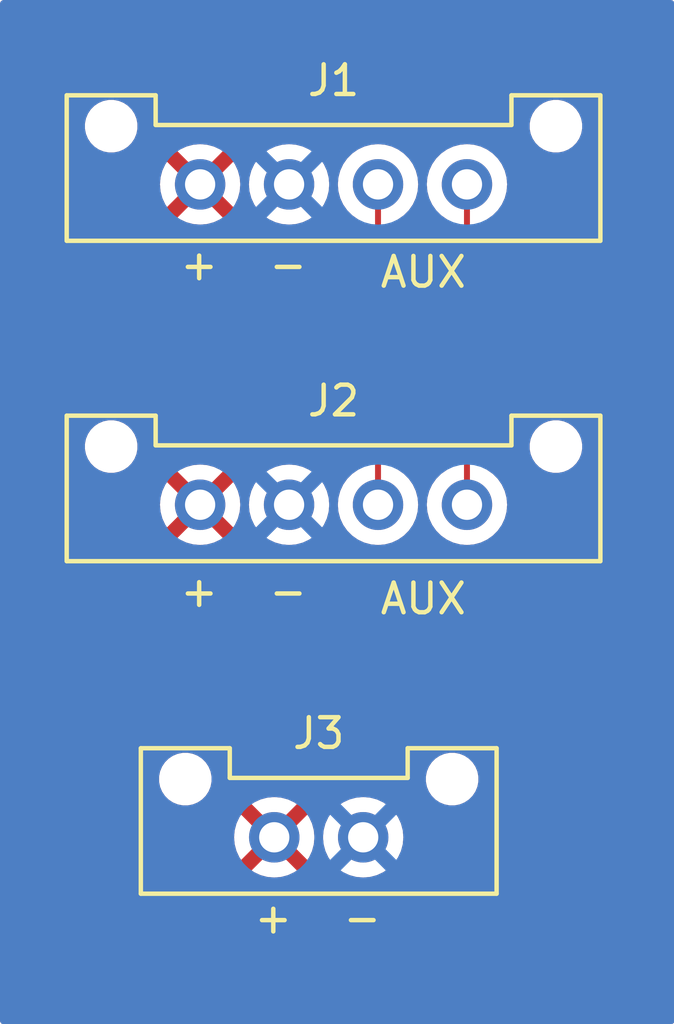
<source format=kicad_pcb>
(kicad_pcb (version 20240108) (generator "pcbnew") (generator_version "8.0")
  (layers (0 "F.Cu" signal) (31 "B.Cu" signal) (34 "B.Paste" user) (35 "F.Paste" user) (36 "B.SilkS" user "B.Silkscreen") (37 "F.SilkS" user "F.Silkscreen") (38 "B.Mask" user) (39 "F.Mask" user) (44 "Edge.Cuts" user))
  (net 0 "")
  (net 1 "/CONTACTOR_V+")
  (net 2 "/AUX_1")
  (net 3 "/AUX_2")
  (net 4 "/CONTACTOR_V-")
  (footprint "UTSVT_Connectors:Molex_MicroFit3.0_1x2xP3.00mm_PolarizingPeg_Vertical" (layer "F.Cu") (at 127.5 100.7)
    (property "Reference" "J3" (at 1.5 -3.5 0) (layer "F.SilkS"))
    (property "Value" "Conn_01x02")
    (fp_line (start -4.5 -3) (end -1.5 -3) (stroke (width 0.15)) (layer "F.SilkS"))
    (fp_line (start -4.5 1.9) (end -4.5 -3) (stroke (width 0.15)) (layer "F.SilkS"))
    (fp_line (start -1.5 -3) (end -1.5 -2) (stroke (width 0.15)) (layer "F.SilkS"))
    (fp_line (start -1.5 -2) (end 4.5 -2) (stroke (width 0.15)) (layer "F.SilkS"))
    (fp_line (start 4.5 -3) (end 7.5 -3) (stroke (width 0.15)) (layer "F.SilkS"))
    (fp_line (start 4.5 -2) (end 4.5 -3) (stroke (width 0.15)) (layer "F.SilkS"))
    (fp_line (start 7.5 -3) (end 7.5 1.9) (stroke (width 0.15)) (layer "F.SilkS"))
    (fp_line (start 7.5 1.9) (end -4.5 1.9) (stroke (width 0.15)) (layer "F.SilkS"))
    (pad "" np_thru_hole circle (at -3 -1.96) (size 1.27 1.27) (drill 1.27) (layers "*.Cu" "*.Mask"))
    (pad "" np_thru_hole circle (at 6 -1.96) (size 1.27 1.27) (drill 1.27) (layers "*.Cu" "*.Mask"))
    (pad "1" thru_hole circle (at 0 0) (size 1.7 1.7) (drill 1.02) (layers "*.Cu" "*.Mask") (net 1 "/CONTACTOR_V+"))
    (pad "2" thru_hole circle (at 3 0) (size 1.7 1.7) (drill 1.02) (layers "*.Cu" "*.Mask") (net 4 "/CONTACTOR_V-"))
  )
  (footprint "UTSVT_Connectors:Molex_MicroFit3.0_1x4xP3.00mm_PolarizingPeg_Vertical" (layer "F.Cu") (at 125 89.5)
    (property "Reference" "J2" (at 4.5 -3.5 0) (layer "F.SilkS"))
    (property "Value" "Conn_01x04")
    (fp_line (start -4.5 -3) (end -1.5 -3) (stroke (width 0.15)) (layer "F.SilkS"))
    (fp_line (start -4.5 1.9) (end -4.5 -3) (stroke (width 0.15)) (layer "F.SilkS"))
    (fp_line (start -1.5 -3) (end -1.5 -2) (stroke (width 0.15)) (layer "F.SilkS"))
    (fp_line (start -1.5 -2) (end 10.5 -2) (stroke (width 0.15)) (layer "F.SilkS"))
    (fp_line (start 10.5 -3) (end 13.5 -3) (stroke (width 0.15)) (layer "F.SilkS"))
    (fp_line (start 10.5 -2) (end 10.5 -3) (stroke (width 0.15)) (layer "F.SilkS"))
    (fp_line (start 13.5 -3) (end 13.5 1.9) (stroke (width 0.15)) (layer "F.SilkS"))
    (fp_line (start 13.5 1.9) (end -4.5 1.9) (stroke (width 0.15)) (layer "F.SilkS"))
    (pad "" np_thru_hole circle (at -3 -1.96) (size 1.27 1.27) (drill 1.27) (layers "*.Cu" "*.Mask"))
    (pad "" np_thru_hole circle (at 12 -1.96) (size 1.27 1.27) (drill 1.27) (layers "*.Cu" "*.Mask"))
    (pad "1" thru_hole circle (at 0 0) (size 1.7 1.7) (drill 1.02) (layers "*.Cu" "*.Mask") (net 1 "/CONTACTOR_V+"))
    (pad "2" thru_hole circle (at 3 0) (size 1.7 1.7) (drill 1.02) (layers "*.Cu" "*.Mask") (net 4 "/CONTACTOR_V-"))
    (pad "3" thru_hole circle (at 6 0) (size 1.7 1.7) (drill 1.02) (layers "*.Cu" "*.Mask") (net 2 "/AUX_1"))
    (pad "4" thru_hole circle (at 9 0) (size 1.7 1.7) (drill 1.02) (layers "*.Cu" "*.Mask") (net 3 "/AUX_2"))
  )
  (footprint "UTSVT_Connectors:Molex_MicroFit3.0_1x4xP3.00mm_PolarizingPeg_Vertical" (layer "F.Cu") (at 125 78.71)
    (property "Reference" "J1" (at 4.5 -3.5 0) (layer "F.SilkS"))
    (property "Value" "Conn_01x04")
    (fp_line (start -4.5 -3) (end -1.5 -3) (stroke (width 0.15)) (layer "F.SilkS"))
    (fp_line (start -4.5 1.9) (end -4.5 -3) (stroke (width 0.15)) (layer "F.SilkS"))
    (fp_line (start -1.5 -3) (end -1.5 -2) (stroke (width 0.15)) (layer "F.SilkS"))
    (fp_line (start -1.5 -2) (end 10.5 -2) (stroke (width 0.15)) (layer "F.SilkS"))
    (fp_line (start 10.5 -3) (end 13.5 -3) (stroke (width 0.15)) (layer "F.SilkS"))
    (fp_line (start 10.5 -2) (end 10.5 -3) (stroke (width 0.15)) (layer "F.SilkS"))
    (fp_line (start 13.5 -3) (end 13.5 1.9) (stroke (width 0.15)) (layer "F.SilkS"))
    (fp_line (start 13.5 1.9) (end -4.5 1.9) (stroke (width 0.15)) (layer "F.SilkS"))
    (pad "" np_thru_hole circle (at -3 -1.96) (size 1.27 1.27) (drill 1.27) (layers "*.Cu" "*.Mask"))
    (pad "" np_thru_hole circle (at 12 -1.96) (size 1.27 1.27) (drill 1.27) (layers "*.Cu" "*.Mask"))
    (pad "1" thru_hole circle (at 0 0) (size 1.7 1.7) (drill 1.02) (layers "*.Cu" "*.Mask") (net 1 "/CONTACTOR_V+"))
    (pad "2" thru_hole circle (at 3 0) (size 1.7 1.7) (drill 1.02) (layers "*.Cu" "*.Mask") (net 4 "/CONTACTOR_V-"))
    (pad "3" thru_hole circle (at 6 0) (size 1.7 1.7) (drill 1.02) (layers "*.Cu" "*.Mask") (net 2 "/AUX_1"))
    (pad "4" thru_hole circle (at 9 0) (size 1.7 1.7) (drill 1.02) (layers "*.Cu" "*.Mask") (net 3 "/AUX_2"))
  )
  (gr_text "-\n" (at 129.75 104 0) (layer "F.SilkS") (effects (font (size 1 1)) (justify left bottom)))
  (gr_text "-\n" (at 127.25 82 0) (layer "F.SilkS") (effects (font (size 1 1)) (justify left bottom)))
  (gr_text "-\n" (at 127.25 93 0) (layer "F.SilkS") (effects (font (size 1 1)) (justify left bottom)))
  (gr_text "+" (at 124.25 93 0) (layer "F.SilkS") (effects (font (size 1 1)) (justify left bottom)))
  (gr_text "AUX" (at 131 82.25 0) (layer "F.SilkS") (effects (font (size 1 1)) (justify left bottom)))
  (gr_text "+" (at 124.25 82 0) (layer "F.SilkS") (effects (font (size 1 1)) (justify left bottom)))
  (gr_text "AUX" (at 131 93.25 0) (layer "F.SilkS") (effects (font (size 1 1)) (justify left bottom)))
  (gr_text "+" (at 126.75 104 0) (layer "F.SilkS") (effects (font (size 1 1)) (justify left bottom)))
  (segment (start 131 78.71) (end 131 89.5) (width 0.2) (layer "F.Cu") (net 2))
  (segment (start 134 78.71) (end 134 89.5) (width 0.2) (layer "F.Cu") (net 3))
  (zone (net 1) (net_name "/CONTACTOR_V+") (layer "F.Cu") (connect_pads (clearance 0.5)) (min_thickness 0.25) (fill yes (thermal_gap 0.5) (thermal_bridge_width 0.5))
    (polygon (pts (xy 118.25 72.5) (xy 141 72.5) (xy 141 107) (xy 118.25 107)))
  )
  (zone (net 4) (net_name "/CONTACTOR_V-") (layer "B.Cu") (connect_pads (clearance 0.5)) (min_thickness 0.25) (fill yes (thermal_gap 0.5) (thermal_bridge_width 0.5))
    (polygon (pts (xy 118.25 72.5) (xy 141 72.5) (xy 141 107) (xy 118.25 107)))
  )
)
</source>
